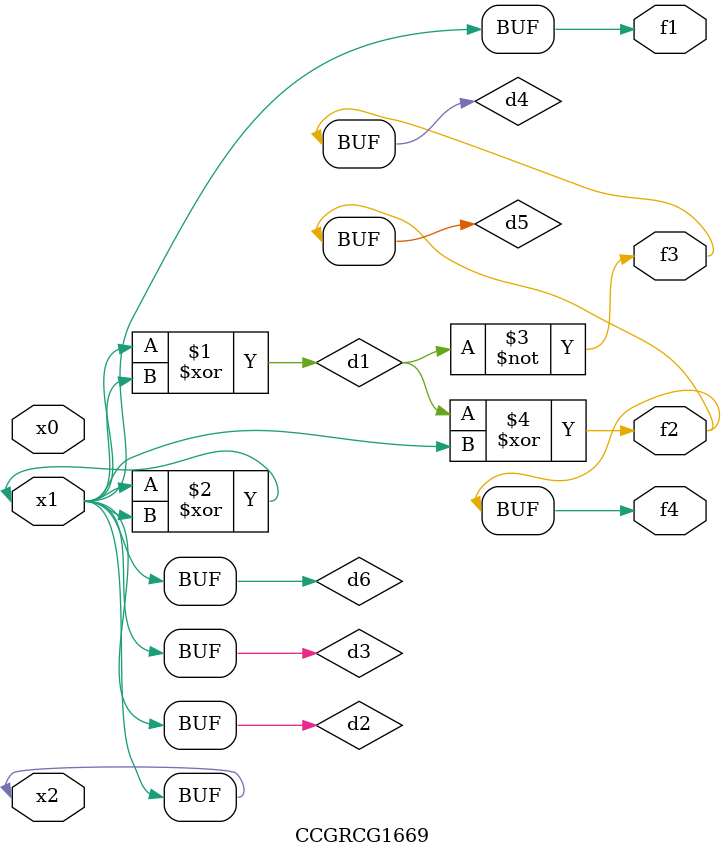
<source format=v>
module CCGRCG1669(
	input x0, x1, x2,
	output f1, f2, f3, f4
);

	wire d1, d2, d3, d4, d5, d6;

	xor (d1, x1, x2);
	buf (d2, x1, x2);
	xor (d3, x1, x2);
	nor (d4, d1);
	xor (d5, d1, d2);
	buf (d6, d2, d3);
	assign f1 = d6;
	assign f2 = d5;
	assign f3 = d4;
	assign f4 = d5;
endmodule

</source>
